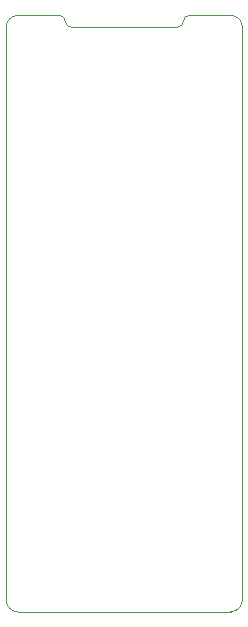
<source format=gbr>
%TF.GenerationSoftware,KiCad,Pcbnew,5.1.6-c6e7f7d~87~ubuntu18.04.1*%
%TF.CreationDate,2020-08-19T11:44:15-04:00*%
%TF.ProjectId,atmegaXu4_breakout,61746d65-6761-4587-9534-5f627265616b,rev?*%
%TF.SameCoordinates,Original*%
%TF.FileFunction,Profile,NP*%
%FSLAX46Y46*%
G04 Gerber Fmt 4.6, Leading zero omitted, Abs format (unit mm)*
G04 Created by KiCad (PCBNEW 5.1.6-c6e7f7d~87~ubuntu18.04.1) date 2020-08-19 11:44:15*
%MOMM*%
%LPD*%
G01*
G04 APERTURE LIST*
%TA.AperFunction,Profile*%
%ADD10C,0.050000*%
%TD*%
G04 APERTURE END LIST*
D10*
X-10000000Y-44500000D02*
X-10000000Y4000000D01*
X10000000Y-44500000D02*
X10000000Y4000000D01*
X-9000000Y-45500000D02*
G75*
G02*
X-10000000Y-44500000I0J1000000D01*
G01*
X10000000Y-44500000D02*
G75*
G02*
X9000000Y-45500000I-1000000J0D01*
G01*
X-10000000Y4000000D02*
G75*
G02*
X-9000000Y5000000I1000000J0D01*
G01*
X9000000Y5000000D02*
G75*
G02*
X10000000Y4000000I0J-1000000D01*
G01*
X9000000Y5000000D02*
X5500000Y5000000D01*
X9000000Y-45500000D02*
X-9000000Y-45500000D01*
X-9000000Y5000000D02*
X-5500000Y5000000D01*
X5000000Y4500000D02*
G75*
G02*
X5500000Y5000000I500000J0D01*
G01*
X5000000Y4500000D02*
G75*
G02*
X4500000Y4000000I-500000J0D01*
G01*
X-5500000Y5000000D02*
G75*
G02*
X-5000000Y4500000I0J-500000D01*
G01*
X-4500000Y4000000D02*
G75*
G02*
X-5000000Y4500000I0J500000D01*
G01*
X4500000Y4000000D02*
X-4500000Y4000000D01*
M02*

</source>
